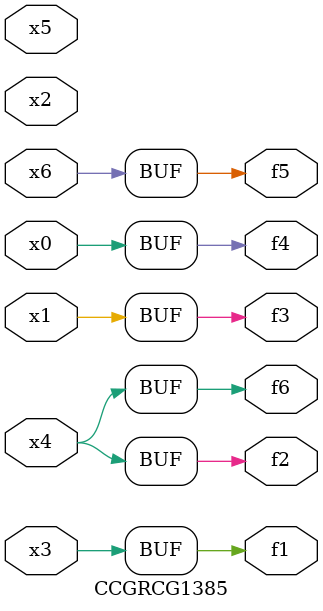
<source format=v>
module CCGRCG1385(
	input x0, x1, x2, x3, x4, x5, x6,
	output f1, f2, f3, f4, f5, f6
);
	assign f1 = x3;
	assign f2 = x4;
	assign f3 = x1;
	assign f4 = x0;
	assign f5 = x6;
	assign f6 = x4;
endmodule

</source>
